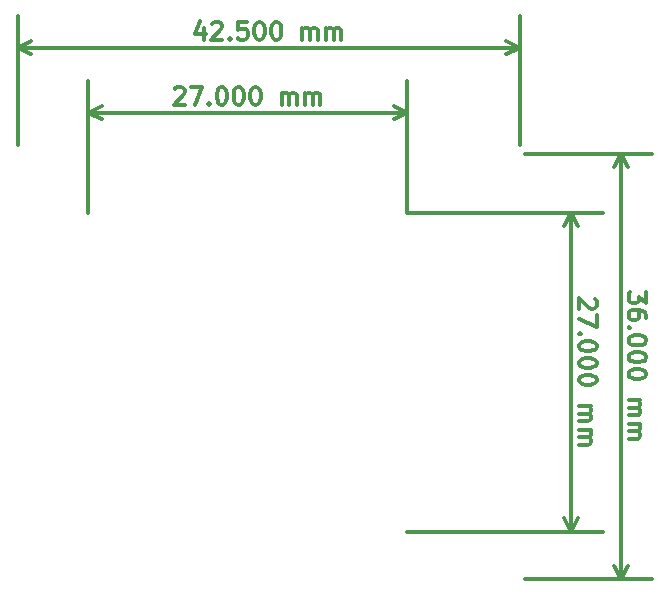
<source format=gbr>
G04 #@! TF.FileFunction,Drawing*
%FSLAX46Y46*%
G04 Gerber Fmt 4.6, Leading zero omitted, Abs format (unit mm)*
G04 Created by KiCad (PCBNEW 4.0.0-rc2-stable) date Mon 16 Nov 2015 05:30:53 PM PST*
%MOMM*%
G01*
G04 APERTURE LIST*
%ADD10C,0.100000*%
%ADD11C,0.300000*%
G04 APERTURE END LIST*
D10*
D11*
X107285715Y-39471429D02*
X107357144Y-39400000D01*
X107500001Y-39328571D01*
X107857144Y-39328571D01*
X108000001Y-39400000D01*
X108071430Y-39471429D01*
X108142858Y-39614286D01*
X108142858Y-39757143D01*
X108071430Y-39971429D01*
X107214287Y-40828571D01*
X108142858Y-40828571D01*
X108642858Y-39328571D02*
X109642858Y-39328571D01*
X109000001Y-40828571D01*
X110214286Y-40685714D02*
X110285714Y-40757143D01*
X110214286Y-40828571D01*
X110142857Y-40757143D01*
X110214286Y-40685714D01*
X110214286Y-40828571D01*
X111214286Y-39328571D02*
X111357143Y-39328571D01*
X111500000Y-39400000D01*
X111571429Y-39471429D01*
X111642858Y-39614286D01*
X111714286Y-39900000D01*
X111714286Y-40257143D01*
X111642858Y-40542857D01*
X111571429Y-40685714D01*
X111500000Y-40757143D01*
X111357143Y-40828571D01*
X111214286Y-40828571D01*
X111071429Y-40757143D01*
X111000000Y-40685714D01*
X110928572Y-40542857D01*
X110857143Y-40257143D01*
X110857143Y-39900000D01*
X110928572Y-39614286D01*
X111000000Y-39471429D01*
X111071429Y-39400000D01*
X111214286Y-39328571D01*
X112642857Y-39328571D02*
X112785714Y-39328571D01*
X112928571Y-39400000D01*
X113000000Y-39471429D01*
X113071429Y-39614286D01*
X113142857Y-39900000D01*
X113142857Y-40257143D01*
X113071429Y-40542857D01*
X113000000Y-40685714D01*
X112928571Y-40757143D01*
X112785714Y-40828571D01*
X112642857Y-40828571D01*
X112500000Y-40757143D01*
X112428571Y-40685714D01*
X112357143Y-40542857D01*
X112285714Y-40257143D01*
X112285714Y-39900000D01*
X112357143Y-39614286D01*
X112428571Y-39471429D01*
X112500000Y-39400000D01*
X112642857Y-39328571D01*
X114071428Y-39328571D02*
X114214285Y-39328571D01*
X114357142Y-39400000D01*
X114428571Y-39471429D01*
X114500000Y-39614286D01*
X114571428Y-39900000D01*
X114571428Y-40257143D01*
X114500000Y-40542857D01*
X114428571Y-40685714D01*
X114357142Y-40757143D01*
X114214285Y-40828571D01*
X114071428Y-40828571D01*
X113928571Y-40757143D01*
X113857142Y-40685714D01*
X113785714Y-40542857D01*
X113714285Y-40257143D01*
X113714285Y-39900000D01*
X113785714Y-39614286D01*
X113857142Y-39471429D01*
X113928571Y-39400000D01*
X114071428Y-39328571D01*
X116357142Y-40828571D02*
X116357142Y-39828571D01*
X116357142Y-39971429D02*
X116428570Y-39900000D01*
X116571428Y-39828571D01*
X116785713Y-39828571D01*
X116928570Y-39900000D01*
X116999999Y-40042857D01*
X116999999Y-40828571D01*
X116999999Y-40042857D02*
X117071428Y-39900000D01*
X117214285Y-39828571D01*
X117428570Y-39828571D01*
X117571428Y-39900000D01*
X117642856Y-40042857D01*
X117642856Y-40828571D01*
X118357142Y-40828571D02*
X118357142Y-39828571D01*
X118357142Y-39971429D02*
X118428570Y-39900000D01*
X118571428Y-39828571D01*
X118785713Y-39828571D01*
X118928570Y-39900000D01*
X118999999Y-40042857D01*
X118999999Y-40828571D01*
X118999999Y-40042857D02*
X119071428Y-39900000D01*
X119214285Y-39828571D01*
X119428570Y-39828571D01*
X119571428Y-39900000D01*
X119642856Y-40042857D01*
X119642856Y-40828571D01*
X127000000Y-41500000D02*
X100000000Y-41500000D01*
X127000000Y-50000000D02*
X127000000Y-38800000D01*
X100000000Y-50000000D02*
X100000000Y-38800000D01*
X100000000Y-41500000D02*
X101126504Y-40913579D01*
X100000000Y-41500000D02*
X101126504Y-42086421D01*
X127000000Y-41500000D02*
X125873496Y-40913579D01*
X127000000Y-41500000D02*
X125873496Y-42086421D01*
X142878571Y-57285715D02*
X142950000Y-57357144D01*
X143021429Y-57500001D01*
X143021429Y-57857144D01*
X142950000Y-58000001D01*
X142878571Y-58071430D01*
X142735714Y-58142858D01*
X142592857Y-58142858D01*
X142378571Y-58071430D01*
X141521429Y-57214287D01*
X141521429Y-58142858D01*
X143021429Y-58642858D02*
X143021429Y-59642858D01*
X141521429Y-59000001D01*
X141664286Y-60214286D02*
X141592857Y-60285714D01*
X141521429Y-60214286D01*
X141592857Y-60142857D01*
X141664286Y-60214286D01*
X141521429Y-60214286D01*
X143021429Y-61214286D02*
X143021429Y-61357143D01*
X142950000Y-61500000D01*
X142878571Y-61571429D01*
X142735714Y-61642858D01*
X142450000Y-61714286D01*
X142092857Y-61714286D01*
X141807143Y-61642858D01*
X141664286Y-61571429D01*
X141592857Y-61500000D01*
X141521429Y-61357143D01*
X141521429Y-61214286D01*
X141592857Y-61071429D01*
X141664286Y-61000000D01*
X141807143Y-60928572D01*
X142092857Y-60857143D01*
X142450000Y-60857143D01*
X142735714Y-60928572D01*
X142878571Y-61000000D01*
X142950000Y-61071429D01*
X143021429Y-61214286D01*
X143021429Y-62642857D02*
X143021429Y-62785714D01*
X142950000Y-62928571D01*
X142878571Y-63000000D01*
X142735714Y-63071429D01*
X142450000Y-63142857D01*
X142092857Y-63142857D01*
X141807143Y-63071429D01*
X141664286Y-63000000D01*
X141592857Y-62928571D01*
X141521429Y-62785714D01*
X141521429Y-62642857D01*
X141592857Y-62500000D01*
X141664286Y-62428571D01*
X141807143Y-62357143D01*
X142092857Y-62285714D01*
X142450000Y-62285714D01*
X142735714Y-62357143D01*
X142878571Y-62428571D01*
X142950000Y-62500000D01*
X143021429Y-62642857D01*
X143021429Y-64071428D02*
X143021429Y-64214285D01*
X142950000Y-64357142D01*
X142878571Y-64428571D01*
X142735714Y-64500000D01*
X142450000Y-64571428D01*
X142092857Y-64571428D01*
X141807143Y-64500000D01*
X141664286Y-64428571D01*
X141592857Y-64357142D01*
X141521429Y-64214285D01*
X141521429Y-64071428D01*
X141592857Y-63928571D01*
X141664286Y-63857142D01*
X141807143Y-63785714D01*
X142092857Y-63714285D01*
X142450000Y-63714285D01*
X142735714Y-63785714D01*
X142878571Y-63857142D01*
X142950000Y-63928571D01*
X143021429Y-64071428D01*
X141521429Y-66357142D02*
X142521429Y-66357142D01*
X142378571Y-66357142D02*
X142450000Y-66428570D01*
X142521429Y-66571428D01*
X142521429Y-66785713D01*
X142450000Y-66928570D01*
X142307143Y-66999999D01*
X141521429Y-66999999D01*
X142307143Y-66999999D02*
X142450000Y-67071428D01*
X142521429Y-67214285D01*
X142521429Y-67428570D01*
X142450000Y-67571428D01*
X142307143Y-67642856D01*
X141521429Y-67642856D01*
X141521429Y-68357142D02*
X142521429Y-68357142D01*
X142378571Y-68357142D02*
X142450000Y-68428570D01*
X142521429Y-68571428D01*
X142521429Y-68785713D01*
X142450000Y-68928570D01*
X142307143Y-68999999D01*
X141521429Y-68999999D01*
X142307143Y-68999999D02*
X142450000Y-69071428D01*
X142521429Y-69214285D01*
X142521429Y-69428570D01*
X142450000Y-69571428D01*
X142307143Y-69642856D01*
X141521429Y-69642856D01*
X140850000Y-50000000D02*
X140850000Y-77000000D01*
X127000000Y-50000000D02*
X143550000Y-50000000D01*
X127000000Y-77000000D02*
X143550000Y-77000000D01*
X140850000Y-77000000D02*
X140263579Y-75873496D01*
X140850000Y-77000000D02*
X141436421Y-75873496D01*
X140850000Y-50000000D02*
X140263579Y-51126504D01*
X140850000Y-50000000D02*
X141436421Y-51126504D01*
X147221429Y-56714287D02*
X147221429Y-57642858D01*
X146650000Y-57142858D01*
X146650000Y-57357144D01*
X146578571Y-57500001D01*
X146507143Y-57571430D01*
X146364286Y-57642858D01*
X146007143Y-57642858D01*
X145864286Y-57571430D01*
X145792857Y-57500001D01*
X145721429Y-57357144D01*
X145721429Y-56928572D01*
X145792857Y-56785715D01*
X145864286Y-56714287D01*
X147221429Y-58928572D02*
X147221429Y-58642858D01*
X147150000Y-58500001D01*
X147078571Y-58428572D01*
X146864286Y-58285715D01*
X146578571Y-58214286D01*
X146007143Y-58214286D01*
X145864286Y-58285715D01*
X145792857Y-58357143D01*
X145721429Y-58500001D01*
X145721429Y-58785715D01*
X145792857Y-58928572D01*
X145864286Y-59000001D01*
X146007143Y-59071429D01*
X146364286Y-59071429D01*
X146507143Y-59000001D01*
X146578571Y-58928572D01*
X146650000Y-58785715D01*
X146650000Y-58500001D01*
X146578571Y-58357143D01*
X146507143Y-58285715D01*
X146364286Y-58214286D01*
X145864286Y-59714286D02*
X145792857Y-59785714D01*
X145721429Y-59714286D01*
X145792857Y-59642857D01*
X145864286Y-59714286D01*
X145721429Y-59714286D01*
X147221429Y-60714286D02*
X147221429Y-60857143D01*
X147150000Y-61000000D01*
X147078571Y-61071429D01*
X146935714Y-61142858D01*
X146650000Y-61214286D01*
X146292857Y-61214286D01*
X146007143Y-61142858D01*
X145864286Y-61071429D01*
X145792857Y-61000000D01*
X145721429Y-60857143D01*
X145721429Y-60714286D01*
X145792857Y-60571429D01*
X145864286Y-60500000D01*
X146007143Y-60428572D01*
X146292857Y-60357143D01*
X146650000Y-60357143D01*
X146935714Y-60428572D01*
X147078571Y-60500000D01*
X147150000Y-60571429D01*
X147221429Y-60714286D01*
X147221429Y-62142857D02*
X147221429Y-62285714D01*
X147150000Y-62428571D01*
X147078571Y-62500000D01*
X146935714Y-62571429D01*
X146650000Y-62642857D01*
X146292857Y-62642857D01*
X146007143Y-62571429D01*
X145864286Y-62500000D01*
X145792857Y-62428571D01*
X145721429Y-62285714D01*
X145721429Y-62142857D01*
X145792857Y-62000000D01*
X145864286Y-61928571D01*
X146007143Y-61857143D01*
X146292857Y-61785714D01*
X146650000Y-61785714D01*
X146935714Y-61857143D01*
X147078571Y-61928571D01*
X147150000Y-62000000D01*
X147221429Y-62142857D01*
X147221429Y-63571428D02*
X147221429Y-63714285D01*
X147150000Y-63857142D01*
X147078571Y-63928571D01*
X146935714Y-64000000D01*
X146650000Y-64071428D01*
X146292857Y-64071428D01*
X146007143Y-64000000D01*
X145864286Y-63928571D01*
X145792857Y-63857142D01*
X145721429Y-63714285D01*
X145721429Y-63571428D01*
X145792857Y-63428571D01*
X145864286Y-63357142D01*
X146007143Y-63285714D01*
X146292857Y-63214285D01*
X146650000Y-63214285D01*
X146935714Y-63285714D01*
X147078571Y-63357142D01*
X147150000Y-63428571D01*
X147221429Y-63571428D01*
X145721429Y-65857142D02*
X146721429Y-65857142D01*
X146578571Y-65857142D02*
X146650000Y-65928570D01*
X146721429Y-66071428D01*
X146721429Y-66285713D01*
X146650000Y-66428570D01*
X146507143Y-66499999D01*
X145721429Y-66499999D01*
X146507143Y-66499999D02*
X146650000Y-66571428D01*
X146721429Y-66714285D01*
X146721429Y-66928570D01*
X146650000Y-67071428D01*
X146507143Y-67142856D01*
X145721429Y-67142856D01*
X145721429Y-67857142D02*
X146721429Y-67857142D01*
X146578571Y-67857142D02*
X146650000Y-67928570D01*
X146721429Y-68071428D01*
X146721429Y-68285713D01*
X146650000Y-68428570D01*
X146507143Y-68499999D01*
X145721429Y-68499999D01*
X146507143Y-68499999D02*
X146650000Y-68571428D01*
X146721429Y-68714285D01*
X146721429Y-68928570D01*
X146650000Y-69071428D01*
X146507143Y-69142856D01*
X145721429Y-69142856D01*
X145050000Y-45000000D02*
X145050000Y-81000000D01*
X137000000Y-45000000D02*
X147750000Y-45000000D01*
X137000000Y-81000000D02*
X147750000Y-81000000D01*
X145050000Y-81000000D02*
X144463579Y-79873496D01*
X145050000Y-81000000D02*
X145636421Y-79873496D01*
X145050000Y-45000000D02*
X144463579Y-46126504D01*
X145050000Y-45000000D02*
X145636421Y-46126504D01*
X109759373Y-34328571D02*
X109759373Y-35328571D01*
X109402230Y-33757143D02*
X109045087Y-34828571D01*
X109973659Y-34828571D01*
X110473658Y-33971429D02*
X110545087Y-33900000D01*
X110687944Y-33828571D01*
X111045087Y-33828571D01*
X111187944Y-33900000D01*
X111259373Y-33971429D01*
X111330801Y-34114286D01*
X111330801Y-34257143D01*
X111259373Y-34471429D01*
X110402230Y-35328571D01*
X111330801Y-35328571D01*
X111973658Y-35185714D02*
X112045086Y-35257143D01*
X111973658Y-35328571D01*
X111902229Y-35257143D01*
X111973658Y-35185714D01*
X111973658Y-35328571D01*
X113402230Y-33828571D02*
X112687944Y-33828571D01*
X112616515Y-34542857D01*
X112687944Y-34471429D01*
X112830801Y-34400000D01*
X113187944Y-34400000D01*
X113330801Y-34471429D01*
X113402230Y-34542857D01*
X113473658Y-34685714D01*
X113473658Y-35042857D01*
X113402230Y-35185714D01*
X113330801Y-35257143D01*
X113187944Y-35328571D01*
X112830801Y-35328571D01*
X112687944Y-35257143D01*
X112616515Y-35185714D01*
X114402229Y-33828571D02*
X114545086Y-33828571D01*
X114687943Y-33900000D01*
X114759372Y-33971429D01*
X114830801Y-34114286D01*
X114902229Y-34400000D01*
X114902229Y-34757143D01*
X114830801Y-35042857D01*
X114759372Y-35185714D01*
X114687943Y-35257143D01*
X114545086Y-35328571D01*
X114402229Y-35328571D01*
X114259372Y-35257143D01*
X114187943Y-35185714D01*
X114116515Y-35042857D01*
X114045086Y-34757143D01*
X114045086Y-34400000D01*
X114116515Y-34114286D01*
X114187943Y-33971429D01*
X114259372Y-33900000D01*
X114402229Y-33828571D01*
X115830800Y-33828571D02*
X115973657Y-33828571D01*
X116116514Y-33900000D01*
X116187943Y-33971429D01*
X116259372Y-34114286D01*
X116330800Y-34400000D01*
X116330800Y-34757143D01*
X116259372Y-35042857D01*
X116187943Y-35185714D01*
X116116514Y-35257143D01*
X115973657Y-35328571D01*
X115830800Y-35328571D01*
X115687943Y-35257143D01*
X115616514Y-35185714D01*
X115545086Y-35042857D01*
X115473657Y-34757143D01*
X115473657Y-34400000D01*
X115545086Y-34114286D01*
X115616514Y-33971429D01*
X115687943Y-33900000D01*
X115830800Y-33828571D01*
X118116514Y-35328571D02*
X118116514Y-34328571D01*
X118116514Y-34471429D02*
X118187942Y-34400000D01*
X118330800Y-34328571D01*
X118545085Y-34328571D01*
X118687942Y-34400000D01*
X118759371Y-34542857D01*
X118759371Y-35328571D01*
X118759371Y-34542857D02*
X118830800Y-34400000D01*
X118973657Y-34328571D01*
X119187942Y-34328571D01*
X119330800Y-34400000D01*
X119402228Y-34542857D01*
X119402228Y-35328571D01*
X120116514Y-35328571D02*
X120116514Y-34328571D01*
X120116514Y-34471429D02*
X120187942Y-34400000D01*
X120330800Y-34328571D01*
X120545085Y-34328571D01*
X120687942Y-34400000D01*
X120759371Y-34542857D01*
X120759371Y-35328571D01*
X120759371Y-34542857D02*
X120830800Y-34400000D01*
X120973657Y-34328571D01*
X121187942Y-34328571D01*
X121330800Y-34400000D01*
X121402228Y-34542857D01*
X121402228Y-35328571D01*
X136509372Y-36000000D02*
X94009372Y-36000000D01*
X136509372Y-44258853D02*
X136509372Y-33300000D01*
X94009372Y-44258853D02*
X94009372Y-33300000D01*
X94009372Y-36000000D02*
X95135876Y-35413579D01*
X94009372Y-36000000D02*
X95135876Y-36586421D01*
X136509372Y-36000000D02*
X135382868Y-35413579D01*
X136509372Y-36000000D02*
X135382868Y-36586421D01*
M02*

</source>
